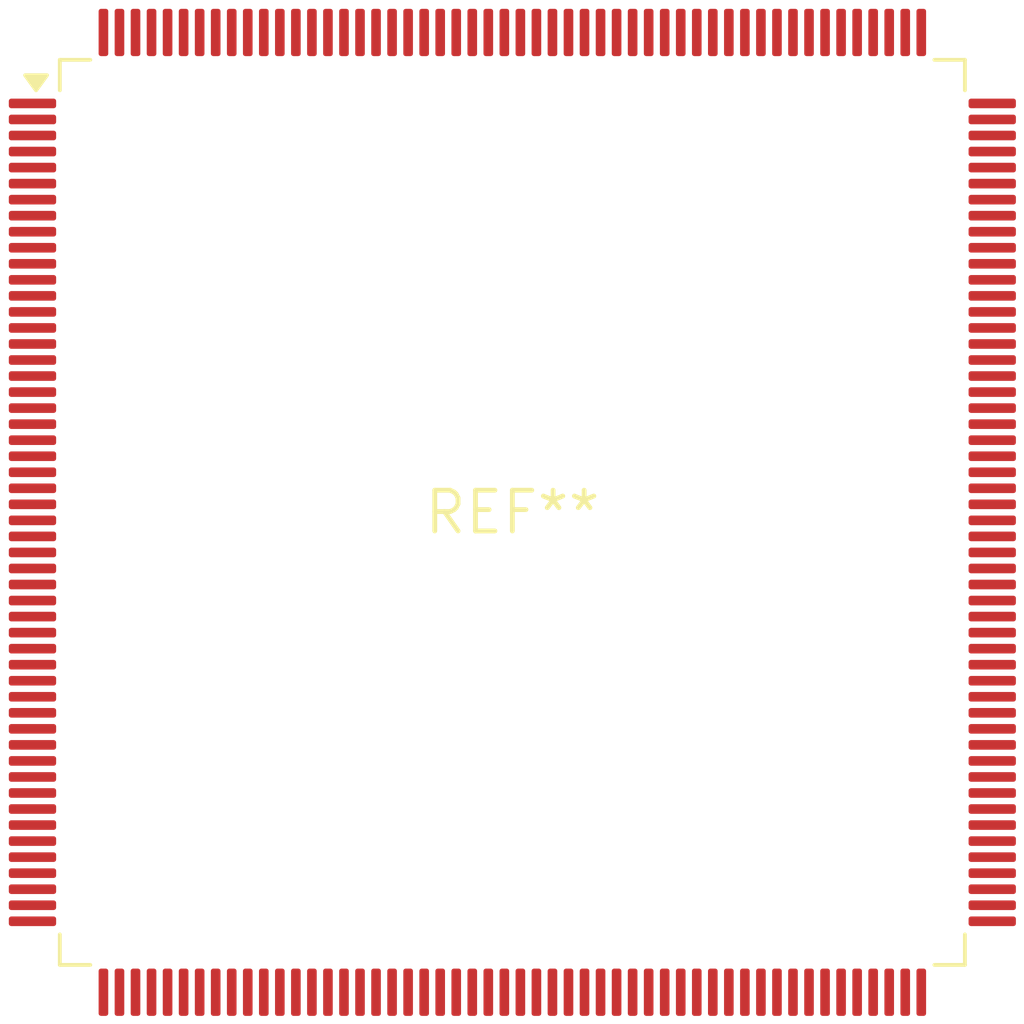
<source format=kicad_pcb>
(kicad_pcb (version 20240108) (generator pcbnew)
  (layers (0 "F.Cu" signal) (31 "B.Cu" signal) (34 "B.Paste" user) (35 "F.Paste" user) (36 "B.SilkS" user "B.Silkscreen") (37 "F.SilkS" user "F.Silkscreen") (38 "B.Mask" user) (39 "F.Mask" user) (44 "Edge.Cuts" user))
  (net 0 "")
  (footprint "PQFP-208_28x28mm_P0.5mm" (layer "F.Cu") (at 0 0)
    (property "Reference" "REF**")
    (property "Value" "PQFP-208_28x28mm_P0.5mm")
    (fp_line (start -14.11 -14.11) (end -14.11 -13.16) (layer "F.SilkS") (stroke (width 0.12)))
    (fp_line (start -14.11 14.11) (end -14.11 13.16) (layer "F.SilkS") (stroke (width 0.12)))
    (fp_line (start -13.16 -14.11) (end -14.11 -14.11) (layer "F.SilkS") (stroke (width 0.12)))
    (fp_line (start -13.16 14.11) (end -14.11 14.11) (layer "F.SilkS") (stroke (width 0.12)))
    (fp_line (start 13.16 -14.11) (end 14.11 -14.11) (layer "F.SilkS") (stroke (width 0.12)))
    (fp_line (start 13.16 14.11) (end 14.11 14.11) (layer "F.SilkS") (stroke (width 0.12)))
    (fp_line (start 14.11 -14.11) (end 14.11 -13.16) (layer "F.SilkS") (stroke (width 0.12)))
    (fp_line (start 14.11 14.11) (end 14.11 13.16) (layer "F.SilkS") (stroke (width 0.12)))
    (fp_poly (pts (xy -14.85 -13.16) (xy -15.19 -13.63) (xy -14.51 -13.63) (xy -14.85 -13.16)) (layer "F.SilkS") (stroke (width 0.12)) (fill solid))
    (pad "1" smd roundrect (at -14.9625 -12.75) (size 1.475 0.3) (layers "F.Cu" "F.Paste" "F.Mask"))
    (pad "2" smd roundrect (at -14.9625 -12.25) (size 1.475 0.3) (layers "F.Cu" "F.Paste" "F.Mask"))
    (pad "3" smd roundrect (at -14.9625 -11.75) (size 1.475 0.3) (layers "F.Cu" "F.Paste" "F.Mask"))
    (pad "4" smd roundrect (at -14.9625 -11.25) (size 1.475 0.3) (layers "F.Cu" "F.Paste" "F.Mask"))
    (pad "5" smd roundrect (at -14.9625 -10.75) (size 1.475 0.3) (layers "F.Cu" "F.Paste" "F.Mask"))
    (pad "6" smd roundrect (at -14.9625 -10.25) (size 1.475 0.3) (layers "F.Cu" "F.Paste" "F.Mask"))
    (pad "7" smd roundrect (at -14.9625 -9.75) (size 1.475 0.3) (layers "F.Cu" "F.Paste" "F.Mask"))
    (pad "8" smd roundrect (at -14.9625 -9.25) (size 1.475 0.3) (layers "F.Cu" "F.Paste" "F.Mask"))
    (pad "9" smd roundrect (at -14.9625 -8.75) (size 1.475 0.3) (layers "F.Cu" "F.Paste" "F.Mask"))
    (pad "10" smd roundrect (at -14.9625 -8.25) (size 1.475 0.3) (layers "F.Cu" "F.Paste" "F.Mask"))
    (pad "11" smd roundrect (at -14.9625 -7.75) (size 1.475 0.3) (layers "F.Cu" "F.Paste" "F.Mask"))
    (pad "12" smd roundrect (at -14.9625 -7.25) (size 1.475 0.3) (layers "F.Cu" "F.Paste" "F.Mask"))
    (pad "13" smd roundrect (at -14.9625 -6.75) (size 1.475 0.3) (layers "F.Cu" "F.Paste" "F.Mask"))
    (pad "14" smd roundrect (at -14.9625 -6.25) (size 1.475 0.3) (layers "F.Cu" "F.Paste" "F.Mask"))
    (pad "15" smd roundrect (at -14.9625 -5.75) (size 1.475 0.3) (layers "F.Cu" "F.Paste" "F.Mask"))
    (pad "16" smd roundrect (at -14.9625 -5.25) (size 1.475 0.3) (layers "F.Cu" "F.Paste" "F.Mask"))
    (pad "17" smd roundrect (at -14.9625 -4.75) (size 1.475 0.3) (layers "F.Cu" "F.Paste" "F.Mask"))
    (pad "18" smd roundrect (at -14.9625 -4.25) (size 1.475 0.3) (layers "F.Cu" "F.Paste" "F.Mask"))
    (pad "19" smd roundrect (at -14.9625 -3.75) (size 1.475 0.3) (layers "F.Cu" "F.Paste" "F.Mask"))
    (pad "20" smd roundrect (at -14.9625 -3.25) (size 1.475 0.3) (layers "F.Cu" "F.Paste" "F.Mask"))
    (pad "21" smd roundrect (at -14.9625 -2.75) (size 1.475 0.3) (layers "F.Cu" "F.Paste" "F.Mask"))
    (pad "22" smd roundrect (at -14.9625 -2.25) (size 1.475 0.3) (layers "F.Cu" "F.Paste" "F.Mask"))
    (pad "23" smd roundrect (at -14.9625 -1.75) (size 1.475 0.3) (layers "F.Cu" "F.Paste" "F.Mask"))
    (pad "24" smd roundrect (at -14.9625 -1.25) (size 1.475 0.3) (layers "F.Cu" "F.Paste" "F.Mask"))
    (pad "25" smd roundrect (at -14.9625 -0.75) (size 1.475 0.3) (layers "F.Cu" "F.Paste" "F.Mask"))
    (pad "26" smd roundrect (at -14.9625 -0.25) (size 1.475 0.3) (layers "F.Cu" "F.Paste" "F.Mask"))
    (pad "27" smd roundrect (at -14.9625 0.25) (size 1.475 0.3) (layers "F.Cu" "F.Paste" "F.Mask"))
    (pad "28" smd roundrect (at -14.9625 0.75) (size 1.475 0.3) (layers "F.Cu" "F.Paste" "F.Mask"))
    (pad "29" smd roundrect (at -14.9625 1.25) (size 1.475 0.3) (layers "F.Cu" "F.Paste" "F.Mask"))
    (pad "30" smd roundrect (at -14.9625 1.75) (size 1.475 0.3) (layers "F.Cu" "F.Paste" "F.Mask"))
    (pad "31" smd roundrect (at -14.9625 2.25) (size 1.475 0.3) (layers "F.Cu" "F.Paste" "F.Mask"))
    (pad "32" smd roundrect (at -14.9625 2.75) (size 1.475 0.3) (layers "F.Cu" "F.Paste" "F.Mask"))
    (pad "33" smd roundrect (at -14.9625 3.25) (size 1.475 0.3) (layers "F.Cu" "F.Paste" "F.Mask"))
    (pad "34" smd roundrect (at -14.9625 3.75) (size 1.475 0.3) (layers "F.Cu" "F.Paste" "F.Mask"))
    (pad "35" smd roundrect (at -14.9625 4.25) (size 1.475 0.3) (layers "F.Cu" "F.Paste" "F.Mask"))
    (pad "36" smd roundrect (at -14.9625 4.75) (size 1.475 0.3) (layers "F.Cu" "F.Paste" "F.Mask"))
    (pad "37" smd roundrect (at -14.9625 5.25) (size 1.475 0.3) (layers "F.Cu" "F.Paste" "F.Mask"))
    (pad "38" smd roundrect (at -14.9625 5.75) (size 1.475 0.3) (layers "F.Cu" "F.Paste" "F.Mask"))
    (pad "39" smd roundrect (at -14.9625 6.25) (size 1.475 0.3) (layers "F.Cu" "F.Paste" "F.Mask"))
    (pad "40" smd roundrect (at -14.9625 6.75) (size 1.475 0.3) (layers "F.Cu" "F.Paste" "F.Mask"))
    (pad "41" smd roundrect (at -14.9625 7.25) (size 1.475 0.3) (layers "F.Cu" "F.Paste" "F.Mask"))
    (pad "42" smd roundrect (at -14.9625 7.75) (size 1.475 0.3) (layers "F.Cu" "F.Paste" "F.Mask"))
    (pad "43" smd roundrect (at -14.9625 8.25) (size 1.475 0.3) (layers "F.Cu" "F.Paste" "F.Mask"))
    (pad "44" smd roundrect (at -14.9625 8.75) (size 1.475 0.3) (layers "F.Cu" "F.Paste" "F.Mask"))
    (pad "45" smd roundrect (at -14.9625 9.25) (size 1.475 0.3) (layers "F.Cu" "F.Paste" "F.Mask"))
    (pad "46" smd roundrect (at -14.9625 9.75) (size 1.475 0.3) (layers "F.Cu" "F.Paste" "F.Mask"))
    (pad "47" smd roundrect (at -14.9625 10.25) (size 1.475 0.3) (layers "F.Cu" "F.Paste" "F.Mask"))
    (pad "48" smd roundrect (at -14.9625 10.75) (size 1.475 0.3) (layers "F.Cu" "F.Paste" "F.Mask"))
    (pad "49" smd roundrect (at -14.9625 11.25) (size 1.475 0.3) (layers "F.Cu" "F.Paste" "F.Mask"))
    (pad "50" smd roundrect (at -14.9625 11.75) (size 1.475 0.3) (layers "F.Cu" "F.Paste" "F.Mask"))
    (pad "51" smd roundrect (at -14.9625 12.25) (size 1.475 0.3) (layers "F.Cu" "F.Paste" "F.Mask"))
    (pad "52" smd roundrect (at -14.9625 12.75) (size 1.475 0.3) (layers "F.Cu" "F.Paste" "F.Mask"))
    (pad "53" smd roundrect (at -12.75 14.9625) (size 0.3 1.475) (layers "F.Cu" "F.Paste" "F.Mask"))
    (pad "54" smd roundrect (at -12.25 14.9625) (size 0.3 1.475) (layers "F.Cu" "F.Paste" "F.Mask"))
    (pad "55" smd roundrect (at -11.75 14.9625) (size 0.3 1.475) (layers "F.Cu" "F.Paste" "F.Mask"))
    (pad "56" smd roundrect (at -11.25 14.9625) (size 0.3 1.475) (layers "F.Cu" "F.Paste" "F.Mask"))
    (pad "57" smd roundrect (at -10.75 14.9625) (size 0.3 1.475) (layers "F.Cu" "F.Paste" "F.Mask"))
    (pad "58" smd roundrect (at -10.25 14.9625) (size 0.3 1.475) (layers "F.Cu" "F.Paste" "F.Mask"))
    (pad "59" smd roundrect (at -9.75 14.9625) (size 0.3 1.475) (layers "F.Cu" "F.Paste" "F.Mask"))
    (pad "60" smd roundrect (at -9.25 14.9625) (size 0.3 1.475) (layers "F.Cu" "F.Paste" "F.Mask"))
    (pad "61" smd roundrect (at -8.75 14.9625) (size 0.3 1.475) (layers "F.Cu" "F.Paste" "F.Mask"))
    (pad "62" smd roundrect (at -8.25 14.9625) (size 0.3 1.475) (layers "F.Cu" "F.Paste" "F.Mask"))
    (pad "63" smd roundrect (at -7.75 14.9625) (size 0.3 1.475) (layers "F.Cu" "F.Paste" "F.Mask"))
    (pad "64" smd roundrect (at -7.25 14.9625) (size 0.3 1.475) (layers "F.Cu" "F.Paste" "F.Mask"))
    (pad "65" smd roundrect (at -6.75 14.9625) (size 0.3 1.475) (layers "F.Cu" "F.Paste" "F.Mask"))
    (pad "66" smd roundrect (at -6.25 14.9625) (size 0.3 1.475) (layers "F.Cu" "F.Paste" "F.Mask"))
    (pad "67" smd roundrect (at -5.75 14.9625) (size 0.3 1.475) (layers "F.Cu" "F.Paste" "F.Mask"))
    (pad "68" smd roundrect (at -5.25 14.9625) (size 0.3 1.475) (layers "F.Cu" "F.Paste" "F.Mask"))
    (pad "69" smd roundrect (at -4.75 14.9625) (size 0.3 1.475) (layers "F.Cu" "F.Paste" "F.Mask"))
    (pad "70" smd roundrect (at -4.25 14.9625) (size 0.3 1.475) (layers "F.Cu" "F.Paste" "F.Mask"))
    (pad "71" smd roundrect (at -3.75 14.9625) (size 0.3 1.475) (layers "F.Cu" "F.Paste" "F.Mask"))
    (pad "72" smd roundrect (at -3.25 14.9625) (size 0.3 1.475) (layers "F.Cu" "F.Paste" "F.Mask"))
    (pad "73" smd roundrect (at -2.75 14.9625) (size 0.3 1.475) (layers "F.Cu" "F.Paste" "F.Mask"))
    (pad "74" smd roundrect (at -2.25 14.9625) (size 0.3 1.475) (layers "F.Cu" "F.Paste" "F.Mask"))
    (pad "75" smd roundrect (at -1.75 14.9625) (size 0.3 1.475) (layers "F.Cu" "F.Paste" "F.Mask"))
    (pad "76" smd roundrect (at -1.25 14.9625) (size 0.3 1.475) (layers "F.Cu" "F.Paste" "F.Mask"))
    (pad "77" smd roundrect (at -0.75 14.9625) (size 0.3 1.475) (layers "F.Cu" "F.Paste" "F.Mask"))
    (pad "78" smd roundrect (at -0.25 14.9625) (size 0.3 1.475) (layers "F.Cu" "F.Paste" "F.Mask"))
    (pad "79" smd roundrect (at 0.25 14.9625) (size 0.3 1.475) (layers "F.Cu" "F.Paste" "F.Mask"))
    (pad "80" smd roundrect (at 0.75 14.9625) (size 0.3 1.475) (layers "F.Cu" "F.Paste" "F.Mask"))
    (pad "81" smd roundrect (at 1.25 14.9625) (size 0.3 1.475) (layers "F.Cu" "F.Paste" "F.Mask"))
    (pad "82" smd roundrect (at 1.75 14.9625) (size 0.3 1.475) (layers "F.Cu" "F.Paste" "F.Mask"))
    (pad "83" smd roundrect (at 2.25 14.9625) (size 0.3 1.475) (layers "F.Cu" "F.Paste" "F.Mask"))
    (pad "84" smd roundrect (at 2.75 14.9625) (size 0.3 1.475) (layers "F.Cu" "F.Paste" "F.Mask"))
    (pad "85" smd roundrect (at 3.25 14.9625) (size 0.3 1.475) (layers "F.Cu" "F.Paste" "F.Mask"))
    (pad "86" smd roundrect (at 3.75 14.9625) (size 0.3 1.475) (layers "F.Cu" "F.Paste" "F.Mask"))
    (pad "87" smd roundrect (at 4.25 14.9625) (size 0.3 1.475) (layers "F.Cu" "F.Paste" "F.Mask"))
    (pad "88" smd roundrect (at 4.75 14.9625) (size 0.3 1.475) (layers "F.Cu" "F.Paste" "F.Mask"))
    (pad "89" smd roundrect (at 5.25 14.9625) (size 0.3 1.475) (layers "F.Cu" "F.Paste" "F.Mask"))
    (pad "90" smd roundrect (at 5.75 14.9625) (size 0.3 1.475) (layers "F.Cu" "F.Paste" "F.Mask"))
    (pad "91" smd roundrect (at 6.25 14.9625) (size 0.3 1.475) (layers "F.Cu" "F.Paste" "F.Mask"))
    (pad "92" smd roundrect (at 6.75 14.9625) (size 0.3 1.475) (layers "F.Cu" "F.Paste" "F.Mask"))
    (pad "93" smd roundrect (at 7.25 14.9625) (size 0.3 1.475) (layers "F.Cu" "F.Paste" "F.Mask"))
    (pad "94" smd roundrect (at 7.75 14.9625) (size 0.3 1.475) (layers "F.Cu" "F.Paste" "F.Mask"))
    (pad "95" smd roundrect (at 8.25 14.9625) (size 0.3 1.475) (layers "F.Cu" "F.Paste" "F.Mask"))
    (pad "96" smd roundrect (at 8.75 14.9625) (size 0.3 1.475) (layers "F.Cu" "F.Paste" "F.Mask"))
    (pad "97" smd roundrect (at 9.25 14.9625) (size 0.3 1.475) (layers "F.Cu" "F.Paste" "F.Mask"))
    (pad "98" smd roundrect (at 9.75 14.9625) (size 0.3 1.475) (layers "F.Cu" "F.Paste" "F.Mask"))
    (pad "99" smd roundrect (at 10.25 14.9625) (size 0.3 1.475) (layers "F.Cu" "F.Paste" "F.Mask"))
    (pad "100" smd roundrect (at 10.75 14.9625) (size 0.3 1.475) (layers "F.Cu" "F.Paste" "F.Mask"))
    (pad "101" smd roundrect (at 11.25 14.9625) (size 0.3 1.475) (layers "F.Cu" "F.Paste" "F.Mask"))
    (pad "102" smd roundrect (at 11.75 14.9625) (size 0.3 1.475) (layers "F.Cu" "F.Paste" "F.Mask"))
    (pad "103" smd roundrect (at 12.25 14.9625) (size 0.3 1.475) (layers "F.Cu" "F.Paste" "F.Mask"))
    (pad "104" smd roundrect (at 12.75 14.9625) (size 0.3 1.475) (layers "F.Cu" "F.Paste" "F.Mask"))
    (pad "105" smd roundrect (at 14.9625 12.75) (size 1.475 0.3) (layers "F.Cu" "F.Paste" "F.Mask"))
    (pad "106" smd roundrect (at 14.9625 12.25) (size 1.475 0.3) (layers "F.Cu" "F.Paste" "F.Mask"))
    (pad "107" smd roundrect (at 14.9625 11.75) (size 1.475 0.3) (layers "F.Cu" "F.Paste" "F.Mask"))
    (pad "108" smd roundrect (at 14.9625 11.25) (size 1.475 0.3) (layers "F.Cu" "F.Paste" "F.Mask"))
    (pad "109" smd roundrect (at 14.9625 10.75) (size 1.475 0.3) (layers "F.Cu" "F.Paste" "F.Mask"))
    (pad "110" smd roundrect (at 14.9625 10.25) (size 1.475 0.3) (layers "F.Cu" "F.Paste" "F.Mask"))
    (pad "111" smd roundrect (at 14.9625 9.75) (size 1.475 0.3) (layers "F.Cu" "F.Paste" "F.Mask"))
    (pad "112" smd roundrect (at 14.9625 9.25) (size 1.475 0.3) (layers "F.Cu" "F.Paste" "F.Mask"))
    (pad "113" smd roundrect (at 14.9625 8.75) (size 1.475 0.3) (layers "F.Cu" "F.Paste" "F.Mask"))
    (pad "114" smd roundrect (at 14.9625 8.25) (size 1.475 0.3) (layers "F.Cu" "F.Paste" "F.Mask"))
    (pad "115" smd roundrect (at 14.9625 7.75) (size 1.475 0.3) (layers "F.Cu" "F.Paste" "F.Mask"))
    (pad "116" smd roundrect (at 14.9625 7.25) (size 1.475 0.3) (layers "F.Cu" "F.Paste" "F.Mask"))
    (pad "117" smd roundrect (at 14.9625 6.75) (size 1.475 0.3) (layers "F.Cu" "F.Paste" "F.Mask"))
    (pad "118" smd roundrect (at 14.9625 6.25) (size 1.475 0.3) (layers "F.Cu" "F.Paste" "F.Mask"))
    (pad "119" smd roundrect (at 14.9625 5.75) (size 1.475 0.3) (layers "F.Cu" "F.Paste" "F.Mask"))
    (pad "120" smd roundrect (at 14.9625 5.25) (size 1.475 0.3) (layers "F.Cu" "F.Paste" "F.Mask"))
    (pad "121" smd roundrect (at 14.9625 4.75) (size 1.475 0.3) (layers "F.Cu" "F.Paste" "F.Mask"))
    (pad "122" smd roundrect (at 14.9625 4.25) (size 1.475 0.3) (layers "F.Cu" "F.Paste" "F.Mask"))
    (pad "123" smd roundrect (at 14.9625 3.75) (size 1.475 0.3) (layers "F.Cu" "F.Paste" "F.Mask"))
    (pad "124" smd roundrect (at 14.9625 3.25) (size 1.475 0.3) (layers "F.Cu" "F.Paste" "F.Mask"))
    (pad "125" smd roundrect (at 14.9625 2.75) (size 1.475 0.3) (layers "F.Cu" "F.Paste" "F.Mask"))
    (pad "126" smd roundrect (at 14.9625 2.25) (size 1.475 0.3) (layers "F.Cu" "F.Paste" "F.Mask"))
    (pad "127" smd roundrect (at 14.9625 1.75) (size 1.475 0.3) (layers "F.Cu" "F.Paste" "F.Mask"))
    (pad "128" smd roundrect (at 14.9625 1.25) (size 1.475 0.3) (layers "F.Cu" "F.Paste" "F.Mask"))
    (pad "129" smd roundrect (at 14.9625 0.75) (size 1.475 0.3) (layers "F.Cu" "F.Paste" "F.Mask"))
    (pad "130" smd roundrect (at 14.9625 0.25) (size 1.475 0.3) (layers "F.Cu" "F.Paste" "F.Mask"))
    (pad "131" smd roundrect (at 14.9625 -0.25) (size 1.475 0.3) (layers "F.Cu" "F.Paste" "F.Mask"))
    (pad "132" smd roundrect (at 14.9625 -0.75) (size 1.475 0.3) (layers "F.Cu" "F.Paste" "F.Mask"))
    (pad "133" smd roundrect (at 14.9625 -1.25) (size 1.475 0.3) (layers "F.Cu" "F.Paste" "F.Mask"))
    (pad "134" smd roundrect (at 14.9625 -1.75) (size 1.475 0.3) (layers "F.Cu" "F.Paste" "F.Mask"))
    (pad "135" smd roundrect (at 14.9625 -2.25) (size 1.475 0.3) (layers "F.Cu" "F.Paste" "F.Mask"))
    (pad "136" smd roundrect (at 14.9625 -2.75) (size 1.475 0.3) (layers "F.Cu" "F.Paste" "F.Mask"))
    (pad "137" smd roundrect (at 14.9625 -3.25) (size 1.475 0.3) (layers "F.Cu" "F.Paste" "F.Mask"))
    (pad "138" smd roundrect (at 14.9625 -3.75) (size 1.475 0.3) (layers "F.Cu" "F.Paste" "F.Mask"))
    (pad "139" smd roundrect (at 14.9625 -4.25) (size 1.475 0.3) (layers "F.Cu" "F.Paste" "F.Mask"))
    (pad "140" smd roundrect (at 14.9625 -4.75) (size 1.475 0.3) (layers "F.Cu" "F.Paste" "F.Mask"))
    (pad "141" smd roundrect (at 14.9625 -5.25) (size 1.475 0.3) (layers "F.Cu" "F.Paste" "F.Mask"))
    (pad "142" smd roundrect (at 14.9625 -5.75) (size 1.475 0.3) (layers "F.Cu" "F.Paste" "F.Mask"))
    (pad "143" smd roundrect (at 14.9625 -6.25) (size 1.475 0.3) (layers "F.Cu" "F.Paste" "F.Mask"))
    (pad "144" smd roundrect (at 14.9625 -6.75) (size 1.475 0.3) (layers "F.Cu" "F.Paste" "F.Mask"))
    (pad "145" smd roundrect (at 14.9625 -7.25) (size 1.475 0.3) (layers "F.Cu" "F.Paste" "F.Mask"))
    (pad "146" smd roundrect (at 14.9625 -7.75) (size 1.475 0.3) (layers "F.Cu" "F.Paste" "F.Mask"))
    (pad "147" smd roundrect (at 14.9625 -8.25) (size 1.475 0.3) (layers "F.Cu" "F.Paste" "F.Mask"))
    (pad "148" smd roundrect (at 14.9625 -8.75) (size 1.475 0.3) (layers "F.Cu" "F.Paste" "F.Mask"))
    (pad "149" smd roundrect (at 14.9625 -9.25) (size 1.475 0.3) (layers "F.Cu" "F.Paste" "F.Mask"))
    (pad "150" smd roundrect (at 14.9625 -9.75) (size 1.475 0.3) (layers "F.Cu" "F.Paste" "F.Mask"))
    (pad "151" smd roundrect (at 14.9625 -10.25) (size 1.475 0.3) (layers "F.Cu" "F.Paste" "F.Mask"))
    (pad "152" smd roundrect (at 14.9625 -10.75) (size 1.475 0.3) (layers "F.Cu" "F.Paste" "F.Mask"))
    (pad "153" smd roundrect (at 14.9625 -11.25) (size 1.475 0.3) (layers "F.Cu" "F.Paste" "F.Mask"))
    (pad "154" smd roundrect (at 14.9625 -11.75) (size 1.475 0.3) (layers "F.Cu" "F.Paste" "F.Mask"))
    (pad "155" smd roundrect (at 14.9625 -12.25) (size 1.475 0.3) (layers "F.Cu" "F.Paste" "F.Mask"))
    (pad "156" smd roundrect (at 14.9625 -12.75) (size 1.475 0.3) (layers "F.Cu" "F.Paste" "F.Mask"))
    (pad "157" smd roundrect (at 12.75 -14.9625) (size 0.3 1.475) (layers "F.Cu" "F.Paste" "F.Mask"))
    (pad "158" smd roundrect (at 12.25 -14.9625) (size 0.3 1.475) (layers "F.Cu" "F.Paste" "F.Mask"))
    (pad "159" smd roundrect (at 11.75 -14.9625) (size 0.3 1.475) (layers "F.Cu" "F.Paste" "F.Mask"))
    (pad "160" smd roundrect (at 11.25 -14.9625) (size 0.3 1.475) (layers "F.Cu" "F.Paste" "F.Mask"))
    (pad "161" smd roundrect (at 10.75 -14.9625) (size 0.3 1.475) (layers "F.Cu" "F.Paste" "F.Mask"))
    (pad "162" smd roundrect (at 10.25 -14.9625) (size 0.3 1.475) (layers "F.Cu" "F.Paste" "F.Mask"))
    (pad "163" smd roundrect (at 9.75 -14.9625) (size 0.3 1.475) (layers "F.Cu" "F.Paste" "F.Mask"))
    (pad "164" smd roundrect (at 9.25 -14.9625) (size 0.3 1.475) (layers "F.Cu" "F.Paste" "F.Mask"))
    (pad "165" smd roundrect (at 8.75 -14.9625) (size 0.3 1.475) (layers "F.Cu" "F.Paste" "F.Mask"))
    (pad "166" smd roundrect (at 8.25 -14.9625) (size 0.3 1.475) (layers "F.Cu" "F.Paste" "F.Mask"))
    (pad "167" smd roundrect (at 7.75 -14.9625) (size 0.3 1.475) (layers "F.Cu" "F.Paste" "F.Mask"))
    (pad "168" smd roundrect (at 7.25 -14.9625) (size 0.3 1.475) (layers "F.Cu" "F.Paste" "F.Mask"))
    (pad "169" smd roundrect (at 6.75 -14.9625) (size 0.3 1.475) (layers "F.Cu" "F.Paste" "F.Mask"))
    (pad "170" smd roundrect (at 6.25 -14.9625) (size 0.3 1.475) (layers "F.Cu" "F.Paste" "F.Mask"))
    (pad "171" smd roundrect (at 5.75 -14.9625) (size 0.3 1.475) (layers "F.Cu" "F.Paste" "F.Mask"))
    (pad "172" smd roundrect (at 5.25 -14.9625) (size 0.3 1.475) (layers "F.Cu" "F.Paste" "F.Mask"))
    (pad "173" smd roundrect (at 4.75 -14.9625) (size 0.3 1.475) (layers "F.Cu" "F.Paste" "F.Mask"))
    (pad "174" smd roundrect (at 4.25 -14.9625) (size 0.3 1.475) (layers "F.Cu" "F.Paste" "F.Mask"))
    (pad "175" smd roundrect (at 3.75 -14.9625) (size 0.3 1.475) (layers "F.Cu" "F.Paste" "F.Mask"))
    (pad "176" smd roundrect (at 3.25 -14.9625) (size 0.3 1.475) (layers "F.Cu" "F.Paste" "F.Mask"))
    (pad "177" smd roundrect (at 2.75 -14.9625) (size 0.3 1.475) (layers "F.Cu" "F.Paste" "F.Mask"))
    (pad "178" smd roundrect (at 2.25 -14.9625) (size 0.3 1.475) (layers "F.Cu" "F.Paste" "F.Mask"))
    (pad "179" smd roundrect (at 1.75 -14.9625) (size 0.3 1.475) (layers "F.Cu" "F.Paste" "F.Mask"))
    (pad "180" smd roundrect (at 1.25 -14.9625) (size 0.3 1.475) (layers "F.Cu" "F.Paste" "F.Mask"))
    (pad "181" smd roundrect (at 0.75 -14.9625) (size 0.3 1.475) (layers "F.Cu" "F.Paste" "F.Mask"))
    (pad "182" smd roundrect (at 0.25 -14.9625) (size 0.3 1.475) (layers "F.Cu" "F.Paste" "F.Mask"))
    (pad "183" smd roundrect (at -0.25 -14.9625) (size 0.3 1.475) (layers "F.Cu" "F.Paste" "F.Mask"))
    (pad "184" smd roundrect (at -0.75 -14.9625) (size 0.3 1.475) (layers "F.Cu" "F.Paste" "F.Mask"))
    (pad "185" smd roundrect (at -1.25 -14.9625) (size 0.3 1.475) (layers "F.Cu" "F.Paste" "F.Mask"))
    (pad "186" smd roundrect (at -1.75 -14.9625) (size 0.3 1.475) (layers "F.Cu" "F.Paste" "F.Mask"))
    (pad "187" smd roundrect (at -2.25 -14.9625) (size 0.3 1.475) (layers "F.Cu" "F.Paste" "F.Mask"))
    (pad "188" smd roundrect (at -2.75 -14.9625) (size 0.3 1.475) (layers "F.Cu" "F.Paste" "F.Mask"))
    (pad "189" smd roundrect (at -3.25 -14.9625) (size 0.3 1.475) (layers "F.Cu" "F.Paste" "F.Mask"))
    (pad "190" smd roundrect (at -3.75 -14.9625) (size 0.3 1.475) (layers "F.Cu" "F.Paste" "F.Mask"))
    (pad "191" smd roundrect (at -4.25 -14.9625) (size 0.3 1.475) (layers "F.Cu" "F.Paste" "F.Mask"))
    (pad "192" smd roundrect (at -4.75 -14.9625) (size 0.3 1.475) (layers "F.Cu" "F.Paste" "F.Mask"))
    (pad "193" smd roundrect (at -5.25 -14.9625) (size 0.3 1.475) (layers "F.Cu" "F.Paste" "F.Mask"))
    (pad "194" smd roundrect (at -5.75 -14.9625) (size 0.3 1.475) (layers "F.Cu" "F.Paste" "F.Mask"))
    (pad "195" smd roundrect (at -6.25 -14.9625) (size 0.3 1.475) (layers "F.Cu" "F.Paste" "F.Mask"))
    (pad "196" smd roundrect (at -6.75 -14.9625) (size 0.3 1.475) (layers "F.Cu" "F.Paste" "F.Mask"))
    (pad "197" smd roundrect (at -7.25 -14.9625) (size 0.3 1.475) (layers "F.Cu" "F.Paste" "F.Mask"))
    (pad "198" smd roundrect (at -7.75 -14.9625) (size 0.3 1.475) (layers "F.Cu" "F.Paste" "F.Mask"))
    (pad "199" smd roundrect (at -8.25 -14.9625) (size 0.3 1.475) (layers "F.Cu" "F.Paste" "F.Mask"))
    (pad "200" smd roundrect (at -8.75 -14.9625) (size 0.3 1.475) (layers "F.Cu" "F.Paste" "F.Mask"))
    (pad "201" smd roundrect (at -9.25 -14.9625) (size 0.3 1.475) (layers "F.Cu" "F.Paste" "F.Mask"))
    (pad "202" smd roundrect (at -9.75 -14.9625) (size 0.3 1.475) (layers "F.Cu" "F.Paste" "F.Mask"))
    (pad "203" smd roundrect (at -10.25 -14.9625) (size 0.3 1.475) (layers "F.Cu" "F.Paste" "F.Mask"))
    (pad "204" smd roundrect (at -10.75 -14.9625) (size 0.3 1.475) (layers "F.Cu" "F.Paste" "F.Mask"))
    (pad "205" smd roundrect (at -11.25 -14.9625) (size 0.3 1.475) (layers "F.Cu" "F.Paste" "F.Mask"))
    (pad "206" smd roundrect (at -11.75 -14.9625) (size 0.3 1.475) (layers "F.Cu" "F.Paste" "F.Mask"))
    (pad "207" smd roundrect (at -12.25 -14.9625) (size 0.3 1.475) (layers "F.Cu" "F.Paste" "F.Mask"))
    (pad "208" smd roundrect (at -12.75 -14.9625) (size 0.3 1.475) (layers "F.Cu" "F.Paste" "F.Mask"))
  )
)
</source>
